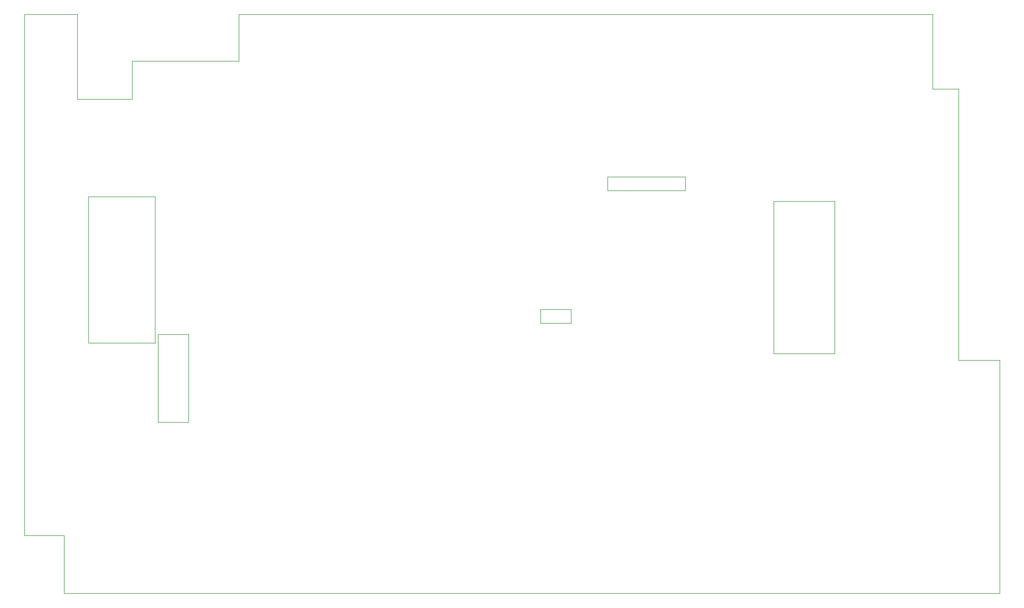
<source format=gbr>
G04 #@! TF.GenerationSoftware,KiCad,Pcbnew,(5.1.0)-1*
G04 #@! TF.CreationDate,2019-07-29T14:33:42-06:00*
G04 #@! TF.ProjectId,d4100_mod_board_full,64343130-305f-46d6-9f64-5f626f617264,rev?*
G04 #@! TF.SameCoordinates,Original*
G04 #@! TF.FileFunction,Profile,NP*
%FSLAX46Y46*%
G04 Gerber Fmt 4.6, Leading zero omitted, Abs format (unit mm)*
G04 Created by KiCad (PCBNEW (5.1.0)-1) date 2019-07-29 14:33:42*
%MOMM*%
%LPD*%
G04 APERTURE LIST*
%ADD10C,0.050000*%
G04 APERTURE END LIST*
D10*
X78105000Y-116205000D02*
X78105000Y-101600000D01*
X83185000Y-116205000D02*
X78105000Y-116205000D01*
X79375000Y-101600000D02*
X78105000Y-101600000D01*
X83185000Y-101600000D02*
X79375000Y-101600000D01*
X83185000Y-116205000D02*
X83185000Y-101600000D01*
X218440000Y-105918000D02*
X218440000Y-144780000D01*
X211582000Y-105918000D02*
X218440000Y-105918000D01*
X62484000Y-135128000D02*
X55880000Y-135128000D01*
X62484000Y-144780000D02*
X62484000Y-135128000D01*
X91567000Y-48260000D02*
X207264000Y-48260000D01*
X55880000Y-48260000D02*
X64643000Y-48260000D01*
X211582000Y-60706000D02*
X211582000Y-105918000D01*
X207264000Y-60706000D02*
X207264000Y-48260000D01*
X211582000Y-60706000D02*
X207264000Y-60706000D01*
X180721000Y-104775000D02*
X180721000Y-79375000D01*
X190881000Y-104775000D02*
X180721000Y-104775000D01*
X190881000Y-79375000D02*
X190881000Y-104775000D01*
X180721000Y-79375000D02*
X190881000Y-79375000D01*
X141859000Y-99695000D02*
X141859000Y-97409000D01*
X146939000Y-99695000D02*
X141859000Y-99695000D01*
X146939000Y-97409000D02*
X146939000Y-99695000D01*
X141859000Y-97409000D02*
X146939000Y-97409000D01*
X153035000Y-77597000D02*
X153035000Y-75311000D01*
X165989000Y-77597000D02*
X153035000Y-77597000D01*
X165989000Y-75311000D02*
X165989000Y-77597000D01*
X153035000Y-75311000D02*
X165989000Y-75311000D01*
X91567000Y-56007000D02*
X91567000Y-48260000D01*
X73787000Y-56007000D02*
X91567000Y-56007000D01*
X73787000Y-62357000D02*
X73787000Y-56007000D01*
X64643000Y-62357000D02*
X73787000Y-62357000D01*
X64643000Y-48260000D02*
X64643000Y-62357000D01*
X66548000Y-78613000D02*
X66548000Y-102997000D01*
X77597000Y-78613000D02*
X66548000Y-78613000D01*
X77597000Y-102997000D02*
X77597000Y-78613000D01*
X66548000Y-102997000D02*
X77597000Y-102997000D01*
X55880000Y-48260000D02*
X55880000Y-135128000D01*
X62484000Y-144780000D02*
X218440000Y-144780000D01*
M02*

</source>
